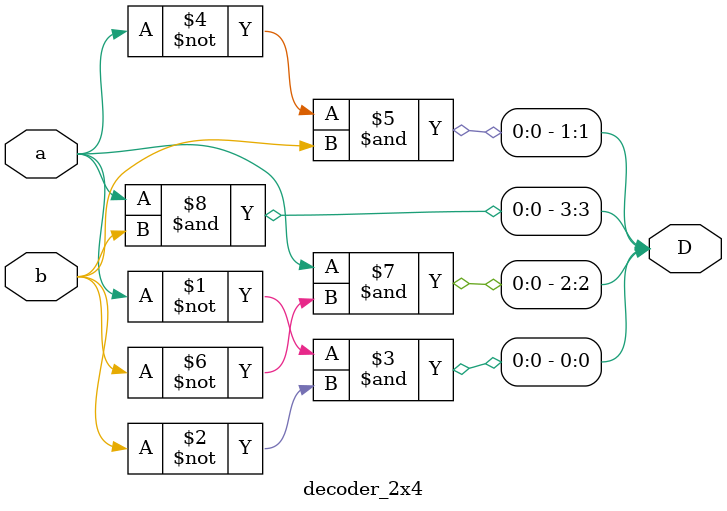
<source format=v>

 module decoder_2x4(a,b,D);
 input a,b;
 output[3:0]D;
 //assign output value by referring to logic diagram
 assign D[0] = (~a)&(~b);
 assign D[1] = (~a)&(b);
 assign D[2] = (a)&(~b);
 assign D[3] = (a)&(b);
 endmodule

</source>
